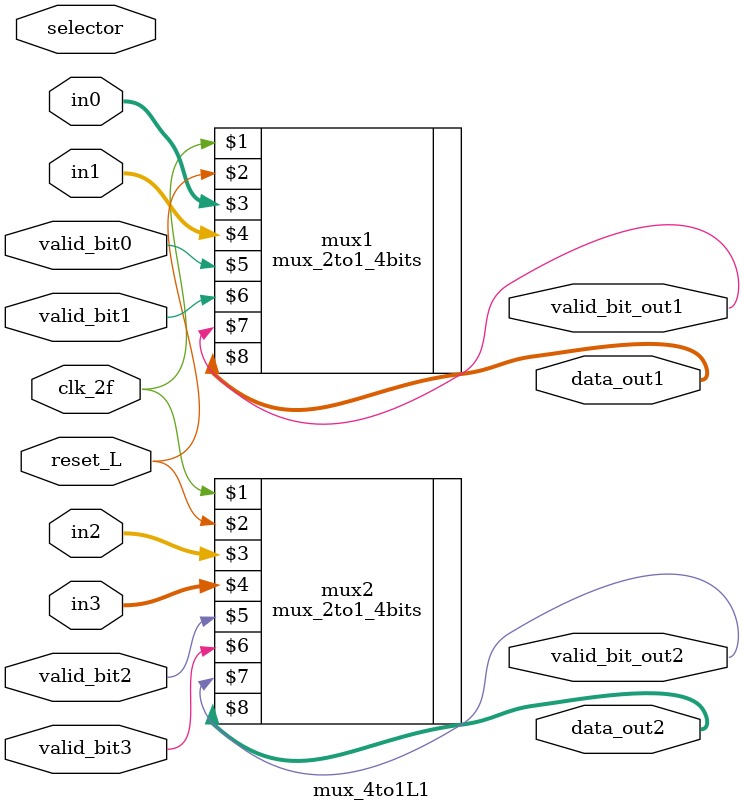
<source format=v>
`include "Mux2a1_ochobitsL1.v"
module mux_4to1L1 (
	input clk_2f,
	input selector,
	input reset_L,
	input [7:0] in0,
	input [7:0] in1,
	input [7:0] in2,
	input [7:0] in3,
	input valid_bit0,
	input valid_bit1,
	input valid_bit2,
	input valid_bit3,
	output wire valid_bit_out1,
	output wire valid_bit_out2,
	output wire [7:0] data_out1,
	output wire [7:0] data_out2
	);
	/*wire valid_bit_mux1;
	wire valid_bit_mux2;
	wire [7:0] outMux1;
	wire [7:0] outMux2;*/
	//Logica para L1: MUX DE 4 A 2
  	mux_2to1_4bits  mux1 (clk_2f,reset_L,in0[7:0],in1[7:0],valid_bit0,valid_bit1,valid_bit_out1,data_out1[7:0]);
	mux_2to1_4bits  mux2 (clk_2f,reset_L,in2[7:0],in3[7:0],valid_bit2,valid_bit3,valid_bit_out2,data_out2[7:0]);
endmodule

</source>
